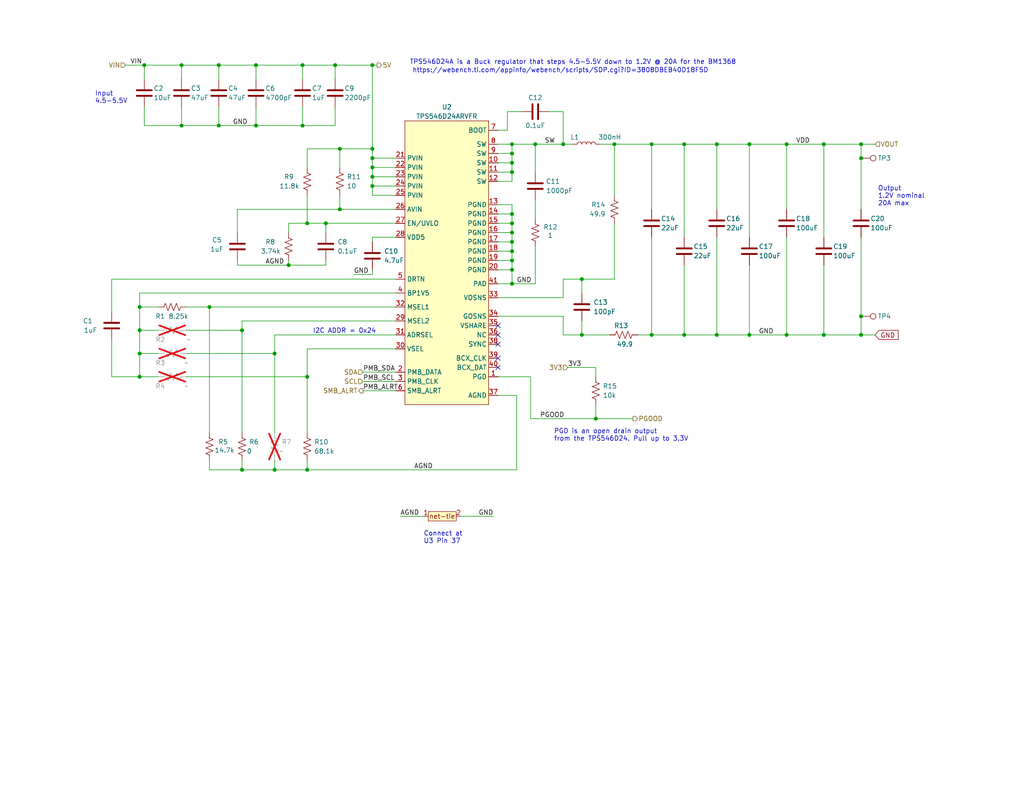
<source format=kicad_sch>
(kicad_sch (version 20231120) (generator "eeschema") (generator_version "8.0")
  (paper "A")
  (title_block (title "bitaxeGamma") (date "2024-09-26") (rev "602"))
  (lib_symbols
    (symbol "Connector:TestPoint" (pin_numbers hide) (pin_names (offset 0.762) hide)
      (property "Reference" "TP" (at 0 6.858 0))
      (property "Value" "TestPoint" (at 0 5.08 0))
      (symbol "TestPoint_0_1"
        (circle (center 0 3.302) (radius 0.762))
      )
      (symbol "TestPoint_1_1"
        (pin passive line (at 0 0 90) (length 2.54) (name "1") (number "1"))
      )
    )
    (symbol "Device:C" (pin_numbers hide) (pin_names (offset 0.254))
      (property "Reference" "C" (at 0.635 2.54 0))
      (property "Value" "C" (at 0.635 -2.54 0))
      (symbol "C_0_1"
        (polyline (pts (xy -2.032 -0.762) (xy 2.032 -0.762)) (stroke (width 0.508)))
        (polyline (pts (xy -2.032 0.762) (xy 2.032 0.762)) (stroke (width 0.508)))
      )
      (symbol "C_1_1"
        (pin passive line (at 0 3.81 270) (length 2.794) (name "~") (number "1"))
        (pin passive line (at 0 -3.81 90) (length 2.794) (name "~") (number "2"))
      )
    )
    (symbol "Device:L" (pin_numbers hide) (pin_names (offset 1.016) hide)
      (property "Reference" "L" (at -1.27 0 90))
      (property "Value" "L" (at 1.905 0 90))
      (symbol "L_0_1"
        (arc (start 0 -2.54) (mid 0.6323 -1.905) (end 0 -1.27))
        (arc (start 0 -1.27) (mid 0.6323 -0.635) (end 0 0))
        (arc (start 0 0) (mid 0.6323 0.635) (end 0 1.27))
        (arc (start 0 1.27) (mid 0.6323 1.905) (end 0 2.54))
      )
      (symbol "L_1_1"
        (pin passive line (at 0 3.81 270) (length 1.27) (name "1") (number "1"))
        (pin passive line (at 0 -3.81 90) (length 1.27) (name "2") (number "2"))
      )
    )
    (symbol "Device:R_US" (pin_numbers hide) (pin_names (offset 0))
      (property "Reference" "R" (at 2.54 0 90))
      (property "Value" "R_US" (at -2.54 0 90))
      (symbol "R_US_0_1"
        (polyline (pts (xy 0 -2.286) (xy 0 -2.54)))
        (polyline (pts (xy 0 2.286) (xy 0 2.54)))
        (polyline (pts (xy 0 -0.762) (xy 1.016 -1.143) (xy 0 -1.524) (xy -1.016 -1.905) (xy 0 -2.286)))
        (polyline (pts (xy 0 0.762) (xy 1.016 0.381) (xy 0 0) (xy -1.016 -0.381) (xy 0 -0.762)))
        (polyline (pts (xy 0 2.286) (xy 1.016 1.905) (xy 0 1.524) (xy -1.016 1.143) (xy 0 0.762)))
      )
      (symbol "R_US_1_1"
        (pin passive line (at 0 3.81 270) (length 1.27) (name "~") (number "1"))
        (pin passive line (at 0 -3.81 90) (length 1.27) (name "~") (number "2"))
      )
    )
    (symbol "bitaxe:TPS546D24"
      (property "Reference" "U10" (at 0 45.72 0))
      (property "Value" "TPS546D24ARVFR" (at 0 43.18 0))
      (symbol "TPS546D24_0_1"
        (rectangle (start -11.43 41.91) (end 11.43 -35.56) (stroke (width 0.1524)) (fill (type background)))
      )
      (symbol "TPS546D24_1_1"
        (pin input line (at 13.97 -27.94 180) (length 2.54) (name "PGD") (number "1"))
        (pin power_in line (at 13.97 30.48 180) (length 2.54) (name "SW") (number "10"))
        (pin output line (at 13.97 27.94 180) (length 2.54) (name "SW") (number "11"))
        (pin power_out line (at 13.97 25.4 180) (length 2.54) (name "SW") (number "12"))
        (pin output line (at 13.97 19.05 180) (length 2.54) (name "PGND") (number "13"))
        (pin output line (at 13.97 16.51 180) (length 2.54) (name "PGND") (number "14"))
        (pin input line (at 13.97 13.97 180) (length 2.54) (name "PGND") (number "15"))
        (pin input line (at 13.97 11.43 180) (length 2.54) (name "PGND") (number "16"))
        (pin power_in line (at 13.97 8.89 180) (length 2.54) (name "PGND") (number "17"))
        (pin input line (at 13.97 6.35 180) (length 2.54) (name "PGND") (number "18"))
        (pin input line (at 13.97 3.81 180) (length 2.54) (name "PGND") (number "19"))
        (pin input line (at -13.97 -26.67 0) (length 2.54) (name "PMB_DATA") (number "2"))
        (pin power_in line (at 13.97 1.27 180) (length 2.54) (name "PGND") (number "20"))
        (pin input line (at -13.97 31.75 0) (length 2.54) (name "PVIN") (number "21"))
        (pin input line (at -13.97 29.21 0) (length 2.54) (name "PVIN") (number "22"))
        (pin input line (at -13.97 26.67 0) (length 2.54) (name "PVIN") (number "23"))
        (pin input line (at -13.97 24.13 0) (length 2.54) (name "PVIN") (number "24"))
        (pin input line (at -13.97 21.59 0) (length 2.54) (name "PVIN") (number "25"))
        (pin input line (at -13.97 17.78 0) (length 2.54) (name "AVIN") (number "26"))
        (pin input line (at -13.97 13.97 0) (length 2.54) (name "EN/UVLO") (number "27"))
        (pin output line (at -13.97 10.16 0) (length 2.54) (name "VDD5") (number "28"))
        (pin input line (at -13.97 -12.7 0) (length 2.54) (name "MSEL2") (number "29"))
        (pin input line (at -13.97 -29.21 0) (length 2.54) (name "PMB_CLK") (number "3"))
        (pin input line (at -13.97 -20.32 0) (length 2.54) (name "VSEL") (number "30"))
        (pin input line (at -13.97 -16.51 0) (length 2.54) (name "ADRSEL") (number "31"))
        (pin input line (at -13.97 -8.89 0) (length 2.54) (name "MSEL1") (number "32"))
        (pin output line (at 13.97 -6.35 180) (length 2.54) (name "VOSNS") (number "33"))
        (pin output line (at 13.97 -11.43 180) (length 2.54) (name "GOSNS") (number "34"))
        (pin input line (at 13.97 -13.97 180) (length 2.54) (name "VSHARE") (number "35"))
        (pin input line (at 13.97 -16.51 180) (length 2.54) (name "NC") (number "36"))
        (pin power_in line (at 13.97 -33.02 180) (length 2.54) (name "AGND") (number "37"))
        (pin input line (at 13.97 -19.05 180) (length 2.54) (name "SYNC") (number "38"))
        (pin input line (at 13.97 -22.86 180) (length 2.54) (name "BCX_CLK") (number "39"))
        (pin input line (at -13.97 -5.08 0) (length 2.54) (name "BP1V5") (number "4"))
        (pin input line (at 13.97 -25.4 180) (length 2.54) (name "BCX_DAT") (number "40"))
        (pin power_in line (at 13.97 -2.54 180) (length 2.54) (name "PAD") (number "41"))
        (pin input line (at -13.97 -1.27 0) (length 2.54) (name "DRTN") (number "5"))
        (pin input line (at -13.97 -31.75 0) (length 2.54) (name "SMB_ALRT") (number "6"))
        (pin input line (at 13.97 39.37 180) (length 2.54) (name "BOOT") (number "7"))
        (pin output line (at 13.97 35.56 180) (length 2.54) (name "SW") (number "8"))
        (pin power_in line (at 13.97 33.02 180) (length 2.54) (name "SW") (number "9"))
      )
    )
    (symbol "bitaxe:net-tie"
      (symbol "net-tie_0_1"
        (rectangle (start -3.81 1.27) (end 3.81 -1.27) (stroke (width 0.1524)) (fill (type background)))
      )
      (symbol "net-tie_1_0"
        (pin bidirectional line (at -5.08 0 0) (length 1.27) (name "") (number "1"))
        (pin bidirectional line (at 5.08 0 180) (length 1.27) (name "") (number "2"))
      )
      (symbol "net-tie_1_1"
        (text "net-tie" (at 0 0 0) (effects (font (size 1.27 1.27))))
      )
    )
  )
  (junction (at 66.04 90.17))
  (junction (at 83.82 60.96))
  (junction (at 59.69 17.78))
  (junction (at 139.7 46.99))
  (junction (at 186.69 39.37))
  (junction (at 146.05 39.37))
  (junction (at 38.1 96.52))
  (junction (at 234.95 91.44))
  (junction (at 82.55 17.78))
  (junction (at 49.53 17.78))
  (junction (at 162.56 114.3))
  (junction (at 39.37 17.78))
  (junction (at 101.6 45.72))
  (junction (at 224.79 91.44))
  (junction (at 195.58 39.37))
  (junction (at 83.82 128.27))
  (junction (at 234.95 39.37))
  (junction (at 92.71 57.15))
  (junction (at 91.44 17.78))
  (junction (at 186.69 91.44))
  (junction (at 69.85 34.29))
  (junction (at 49.53 34.29))
  (junction (at 83.82 102.87))
  (junction (at 177.8 39.37))
  (junction (at 57.15 83.82))
  (junction (at 92.71 40.64))
  (junction (at 101.6 43.18))
  (junction (at 38.1 102.87))
  (junction (at 153.67 39.37))
  (junction (at 74.93 128.27))
  (junction (at 204.47 39.37))
  (junction (at 139.7 63.5))
  (junction (at 158.75 91.44))
  (junction (at 78.74 72.39))
  (junction (at 139.7 58.42))
  (junction (at 101.6 48.26))
  (junction (at 139.7 41.91))
  (junction (at 139.7 66.04))
  (junction (at 234.95 43.18))
  (junction (at 214.63 91.44))
  (junction (at 214.63 39.37))
  (junction (at 139.7 60.96))
  (junction (at 224.79 39.37))
  (junction (at 177.8 91.44))
  (junction (at 234.95 86.36))
  (junction (at 139.7 44.45))
  (junction (at 167.64 39.37))
  (junction (at 74.93 96.52))
  (junction (at 38.1 83.82))
  (junction (at 101.6 50.8))
  (junction (at 139.7 77.47))
  (junction (at 139.7 73.66))
  (junction (at 204.47 91.44))
  (junction (at 101.6 17.78))
  (junction (at 69.85 17.78))
  (junction (at 139.7 71.12))
  (junction (at 101.6 40.64))
  (junction (at 139.7 68.58))
  (junction (at 195.58 91.44))
  (junction (at 59.69 34.29))
  (junction (at 38.1 90.17))
  (junction (at 158.75 76.2))
  (junction (at 66.04 128.27))
  (junction (at 82.55 34.29))
  (junction (at 88.9 60.96))
  (junction (at 139.7 39.37))
  (no_connect (at 135.89 88.9))
  (no_connect (at 135.89 93.98))
  (no_connect (at 135.89 97.79))
  (no_connect (at 135.89 91.44))
  (no_connect (at 135.89 100.33))
  (wire (pts (xy 146.05 59.69) (xy 146.05 54.61)))
  (wire (pts (xy 139.7 41.91) (xy 139.7 39.37)))
  (wire (pts (xy 92.71 45.72) (xy 92.71 40.64)))
  (wire (pts (xy 139.7 73.66) (xy 139.7 77.47)))
  (wire (pts (xy 92.71 53.34) (xy 92.71 57.15)))
  (wire (pts (xy 195.58 39.37) (xy 195.58 57.15)))
  (wire (pts (xy 88.9 60.96) (xy 107.95 60.96)))
  (wire (pts (xy 101.6 43.18) (xy 107.95 43.18)))
  (wire (pts (xy 101.6 45.72) (xy 101.6 48.26)))
  (wire (pts (xy 69.85 34.29) (xy 82.55 34.29)))
  (wire (pts (xy 224.79 72.39) (xy 224.79 91.44)))
  (wire (pts (xy 59.69 17.78) (xy 59.69 21.59)))
  (wire (pts (xy 167.64 39.37) (xy 177.8 39.37)))
  (wire (pts (xy 101.6 40.64) (xy 101.6 43.18)))
  (wire (pts (xy 153.67 39.37) (xy 156.21 39.37)))
  (wire (pts (xy 146.05 46.99) (xy 146.05 39.37)))
  (wire (pts (xy 101.6 66.04) (xy 101.6 64.77)))
  (wire (pts (xy 83.82 60.96) (xy 78.74 60.96)))
  (wire (pts (xy 66.04 87.63) (xy 66.04 90.17)))
  (wire (pts (xy 83.82 40.64) (xy 92.71 40.64)))
  (wire (pts (xy 139.7 58.42) (xy 139.7 60.96)))
  (wire (pts (xy 66.04 128.27) (xy 74.93 128.27)))
  (wire (pts (xy 162.56 114.3) (xy 172.72 114.3)))
  (wire (pts (xy 78.74 71.12) (xy 78.74 72.39)))
  (wire (pts (xy 69.85 29.21) (xy 69.85 34.29)))
  (wire (pts (xy 96.52 74.93) (xy 101.6 74.93)))
  (wire (pts (xy 49.53 34.29) (xy 59.69 34.29)))
  (wire (pts (xy 135.89 102.87) (xy 144.78 102.87)))
  (wire (pts (xy 38.1 90.17) (xy 43.18 90.17)))
  (wire (pts (xy 135.89 58.42) (xy 139.7 58.42)))
  (wire (pts (xy 39.37 17.78) (xy 49.53 17.78)))
  (wire (pts (xy 195.58 91.44) (xy 204.47 91.44)))
  (wire (pts (xy 83.82 102.87) (xy 83.82 118.11)))
  (wire (pts (xy 234.95 43.18) (xy 234.95 57.15)))
  (wire (pts (xy 64.77 72.39) (xy 78.74 72.39)))
  (wire (pts (xy 88.9 71.12) (xy 88.9 72.39)))
  (wire (pts (xy 139.7 49.53) (xy 139.7 46.99)))
  (wire (pts (xy 101.6 50.8) (xy 101.6 53.34)))
  (wire (pts (xy 204.47 91.44) (xy 214.63 91.44)))
  (wire (pts (xy 101.6 17.78) (xy 91.44 17.78)))
  (wire (pts (xy 135.89 107.95) (xy 140.97 107.95)))
  (wire (pts (xy 34.29 17.78) (xy 39.37 17.78)))
  (wire (pts (xy 177.8 91.44) (xy 186.69 91.44)))
  (wire (pts (xy 214.63 91.44) (xy 224.79 91.44)))
  (wire (pts (xy 64.77 63.5) (xy 64.77 57.15)))
  (wire (pts (xy 38.1 90.17) (xy 38.1 96.52)))
  (wire (pts (xy 214.63 57.15) (xy 214.63 39.37)))
  (wire (pts (xy 49.53 17.78) (xy 49.53 21.59)))
  (wire (pts (xy 204.47 72.39) (xy 204.47 91.44)))
  (wire (pts (xy 153.67 30.48) (xy 153.67 39.37)))
  (wire (pts (xy 83.82 60.96) (xy 88.9 60.96)))
  (wire (pts (xy 38.1 102.87) (xy 43.18 102.87)))
  (wire (pts (xy 177.8 39.37) (xy 186.69 39.37)))
  (wire (pts (xy 139.7 44.45) (xy 139.7 41.91)))
  (wire (pts (xy 83.82 125.73) (xy 83.82 128.27)))
  (wire (pts (xy 204.47 39.37) (xy 204.47 64.77)))
  (wire (pts (xy 167.64 60.96) (xy 167.64 76.2)))
  (wire (pts (xy 83.82 45.72) (xy 83.82 40.64)))
  (wire (pts (xy 38.1 96.52) (xy 38.1 102.87)))
  (wire (pts (xy 83.82 95.25) (xy 83.82 102.87)))
  (wire (pts (xy 101.6 43.18) (xy 101.6 45.72)))
  (wire (pts (xy 82.55 17.78) (xy 82.55 21.59)))
  (wire (pts (xy 135.89 81.28) (xy 153.67 81.28)))
  (wire (pts (xy 144.78 114.3) (xy 162.56 114.3)))
  (wire (pts (xy 158.75 76.2) (xy 167.64 76.2)))
  (wire (pts (xy 139.7 71.12) (xy 139.7 73.66)))
  (wire (pts (xy 38.1 96.52) (xy 43.18 96.52)))
  (wire (pts (xy 135.89 46.99) (xy 139.7 46.99)))
  (wire (pts (xy 50.8 83.82) (xy 57.15 83.82)))
  (wire (pts (xy 144.78 102.87) (xy 144.78 114.3)))
  (wire (pts (xy 99.06 101.6) (xy 107.95 101.6)))
  (wire (pts (xy 82.55 17.78) (xy 91.44 17.78)))
  (wire (pts (xy 158.75 91.44) (xy 166.37 91.44)))
  (wire (pts (xy 101.6 48.26) (xy 101.6 50.8)))
  (wire (pts (xy 83.82 53.34) (xy 83.82 60.96)))
  (wire (pts (xy 139.7 63.5) (xy 139.7 66.04)))
  (wire (pts (xy 162.56 110.49) (xy 162.56 114.3)))
  (wire (pts (xy 88.9 63.5) (xy 88.9 60.96)))
  (wire (pts (xy 158.75 87.63) (xy 158.75 91.44)))
  (wire (pts (xy 50.8 96.52) (xy 74.93 96.52)))
  (wire (pts (xy 39.37 21.59) (xy 39.37 17.78)))
  (wire (pts (xy 139.7 55.88) (xy 139.7 58.42)))
  (wire (pts (xy 78.74 60.96) (xy 78.74 63.5)))
  (wire (pts (xy 139.7 73.66) (xy 135.89 73.66)))
  (wire (pts (xy 224.79 91.44) (xy 234.95 91.44)))
  (wire (pts (xy 101.6 45.72) (xy 107.95 45.72)))
  (wire (pts (xy 135.89 86.36) (xy 153.67 86.36)))
  (wire (pts (xy 101.6 50.8) (xy 107.95 50.8)))
  (wire (pts (xy 107.95 80.01) (xy 38.1 80.01)))
  (wire (pts (xy 69.85 17.78) (xy 69.85 21.59)))
  (wire (pts (xy 139.7 39.37) (xy 146.05 39.37)))
  (wire (pts (xy 66.04 125.73) (xy 66.04 128.27)))
  (wire (pts (xy 214.63 64.77) (xy 214.63 91.44)))
  (wire (pts (xy 83.82 128.27) (xy 140.97 128.27)))
  (wire (pts (xy 139.7 39.37) (xy 135.89 39.37)))
  (wire (pts (xy 99.06 104.14) (xy 107.95 104.14)))
  (wire (pts (xy 158.75 76.2) (xy 158.75 80.01)))
  (wire (pts (xy 135.89 66.04) (xy 139.7 66.04)))
  (wire (pts (xy 101.6 73.66) (xy 101.6 74.93)))
  (wire (pts (xy 101.6 48.26) (xy 107.95 48.26)))
  (wire (pts (xy 234.95 64.77) (xy 234.95 86.36)))
  (wire (pts (xy 186.69 91.44) (xy 195.58 91.44)))
  (wire (pts (xy 57.15 128.27) (xy 66.04 128.27)))
  (wire (pts (xy 234.95 91.44) (xy 238.76 91.44)))
  (wire (pts (xy 91.44 17.78) (xy 91.44 21.59)))
  (wire (pts (xy 57.15 125.73) (xy 57.15 128.27)))
  (wire (pts (xy 234.95 39.37) (xy 234.95 43.18)))
  (wire (pts (xy 101.6 17.78) (xy 101.6 40.64)))
  (wire (pts (xy 69.85 17.78) (xy 82.55 17.78)))
  (wire (pts (xy 30.48 76.2) (xy 107.95 76.2)))
  (wire (pts (xy 135.89 71.12) (xy 139.7 71.12)))
  (wire (pts (xy 38.1 83.82) (xy 43.18 83.82)))
  (wire (pts (xy 135.89 68.58) (xy 139.7 68.58)))
  (wire (pts (xy 139.7 68.58) (xy 139.7 71.12)))
  (wire (pts (xy 177.8 64.77) (xy 177.8 91.44)))
  (wire (pts (xy 163.83 39.37) (xy 167.64 39.37)))
  (wire (pts (xy 195.58 39.37) (xy 204.47 39.37)))
  (wire (pts (xy 153.67 91.44) (xy 158.75 91.44)))
  (wire (pts (xy 234.95 86.36) (xy 234.95 91.44)))
  (wire (pts (xy 139.7 46.99) (xy 139.7 44.45)))
  (wire (pts (xy 64.77 57.15) (xy 92.71 57.15)))
  (wire (pts (xy 50.8 102.87) (xy 83.82 102.87)))
  (wire (pts (xy 149.86 30.48) (xy 153.67 30.48)))
  (wire (pts (xy 49.53 29.21) (xy 49.53 34.29)))
  (wire (pts (xy 214.63 39.37) (xy 224.79 39.37)))
  (wire (pts (xy 125.73 140.97) (xy 134.62 140.97)))
  (wire (pts (xy 138.43 35.56) (xy 138.43 30.48)))
  (wire (pts (xy 101.6 64.77) (xy 107.95 64.77)))
  (wire (pts (xy 101.6 17.78) (xy 102.87 17.78)))
  (wire (pts (xy 30.48 92.71) (xy 30.48 102.87)))
  (wire (pts (xy 39.37 29.21) (xy 39.37 34.29)))
  (wire (pts (xy 153.67 81.28) (xy 153.67 76.2)))
  (wire (pts (xy 204.47 39.37) (xy 214.63 39.37)))
  (wire (pts (xy 146.05 77.47) (xy 139.7 77.47)))
  (wire (pts (xy 91.44 34.29) (xy 91.44 29.21)))
  (wire (pts (xy 153.67 86.36) (xy 153.67 91.44)))
  (wire (pts (xy 173.99 91.44) (xy 177.8 91.44)))
  (wire (pts (xy 138.43 30.48) (xy 142.24 30.48)))
  (wire (pts (xy 74.93 91.44) (xy 74.93 96.52)))
  (wire (pts (xy 146.05 67.31) (xy 146.05 77.47)))
  (wire (pts (xy 146.05 39.37) (xy 153.67 39.37)))
  (wire (pts (xy 57.15 83.82) (xy 107.95 83.82)))
  (wire (pts (xy 135.89 63.5) (xy 139.7 63.5)))
  (wire (pts (xy 186.69 39.37) (xy 195.58 39.37)))
  (wire (pts (xy 177.8 39.37) (xy 177.8 57.15)))
  (wire (pts (xy 234.95 39.37) (xy 238.76 39.37)))
  (wire (pts (xy 38.1 83.82) (xy 38.1 90.17)))
  (wire (pts (xy 92.71 40.64) (xy 101.6 40.64)))
  (wire (pts (xy 135.89 44.45) (xy 139.7 44.45)))
  (wire (pts (xy 167.64 39.37) (xy 167.64 53.34)))
  (wire (pts (xy 135.89 60.96) (xy 139.7 60.96)))
  (wire (pts (xy 195.58 64.77) (xy 195.58 91.44)))
  (wire (pts (xy 135.89 35.56) (xy 138.43 35.56)))
  (wire (pts (xy 162.56 102.87) (xy 162.56 100.33)))
  (wire (pts (xy 30.48 85.09) (xy 30.48 76.2)))
  (wire (pts (xy 38.1 80.01) (xy 38.1 83.82)))
  (wire (pts (xy 186.69 72.39) (xy 186.69 91.44)))
  (wire (pts (xy 66.04 90.17) (xy 66.04 118.11)))
  (wire (pts (xy 74.93 91.44) (xy 107.95 91.44)))
  (wire (pts (xy 59.69 29.21) (xy 59.69 34.29)))
  (wire (pts (xy 49.53 17.78) (xy 59.69 17.78)))
  (wire (pts (xy 135.89 41.91) (xy 139.7 41.91)))
  (wire (pts (xy 154.94 100.33) (xy 162.56 100.33)))
  (wire (pts (xy 66.04 87.63) (xy 107.95 87.63)))
  (wire (pts (xy 92.71 57.15) (xy 107.95 57.15)))
  (wire (pts (xy 107.95 53.34) (xy 101.6 53.34)))
  (wire (pts (xy 74.93 128.27) (xy 83.82 128.27)))
  (wire (pts (xy 140.97 107.95) (xy 140.97 128.27)))
  (wire (pts (xy 139.7 60.96) (xy 139.7 63.5)))
  (wire (pts (xy 83.82 95.25) (xy 107.95 95.25)))
  (wire (pts (xy 57.15 83.82) (xy 57.15 118.11)))
  (wire (pts (xy 59.69 17.78) (xy 69.85 17.78)))
  (wire (pts (xy 82.55 34.29) (xy 91.44 34.29)))
  (wire (pts (xy 74.93 96.52) (xy 74.93 118.11)))
  (wire (pts (xy 78.74 72.39) (xy 88.9 72.39)))
  (wire (pts (xy 82.55 29.21) (xy 82.55 34.29)))
  (wire (pts (xy 39.37 34.29) (xy 49.53 34.29)))
  (wire (pts (xy 59.69 34.29) (xy 69.85 34.29)))
  (wire (pts (xy 30.48 102.87) (xy 38.1 102.87)))
  (wire (pts (xy 135.89 55.88) (xy 139.7 55.88)))
  (wire (pts (xy 64.77 71.12) (xy 64.77 72.39)))
  (wire (pts (xy 224.79 39.37) (xy 234.95 39.37)))
  (wire (pts (xy 109.22 140.97) (xy 115.57 140.97)))
  (wire (pts (xy 139.7 66.04) (xy 139.7 68.58)))
  (wire (pts (xy 74.93 125.73) (xy 74.93 128.27)))
  (wire (pts (xy 224.79 39.37) (xy 224.79 64.77)))
  (wire (pts (xy 153.67 76.2) (xy 158.75 76.2)))
  (wire (pts (xy 135.89 49.53) (xy 139.7 49.53)))
  (wire (pts (xy 99.06 106.68) (xy 107.95 106.68)))
  (wire (pts (xy 186.69 39.37) (xy 186.69 64.77)))
  (wire (pts (xy 50.8 90.17) (xy 66.04 90.17)))
  (wire (pts (xy 135.89 77.47) (xy 139.7 77.47)))
  (text "TPS546D24A is a Buck regulator that steps 4.5-5.5V down to 1.2V @ 20A for the BM1368" (at 111.76 17.78 0) (effects (font (size 1.27 1.27)) (justify left bottom)))
  (text "https://webench.ti.com/appinfo/webench/scripts/SDP.cgi?ID=3808DBEB40D18F5D" (at 152.908 19.304 0) (effects (font (size 1.27 1.27))))
  (text "Input \n4.5-5.5V" (at 25.908 28.448 0) (effects (font (size 1.27 1.27)) (justify left bottom)))
  (text "PGD is an open drain output\nfrom the TPS546D24. Pull up to 3.3V" (at 151.13 120.65 0) (effects (font (size 1.27 1.27)) (justify left bottom)))
  (text "I2C ADDR = 0x24" (at 85.344 91.186 0) (effects (font (size 1.27 1.27)) (justify left bottom)))
  (text "Output \n1.2V nominal\n20A max" (at 239.522 56.388 0) (effects (font (size 1.27 1.27)) (justify left bottom)))
  (text "Connect at\nU3 Pin 37" (at 115.57 148.59 0) (effects (font (size 1.27 1.27)) (justify left bottom)))
  (label "GND" (at 134.62 140.97 180))
  (label "PMB_SDA" (at 99.06 101.6 0))
  (label "GND" (at 96.52 74.93 0))
  (label "SW" (at 148.59 39.37 0))
  (label "GND" (at 140.97 77.47 0))
  (label "PMB_SCL" (at 99.06 104.14 0))
  (label "AGND" (at 118.11 128.27 180))
  (label "AGND" (at 72.39 72.39 0))
  (label "GND" (at 207.01 91.44 0))
  (label "PMB_ALRT" (at 99.06 106.68 0))
  (label "PGOOD" (at 147.32 114.3 0))
  (label "GND" (at 63.5 34.29 0))
  (label "AGND" (at 109.22 140.97 0))
  (label "VIN" (at 35.56 17.78 0))
  (label "VDD" (at 217.17 39.37 0))
  (label "3V3" (at 154.94 100.33 0))
  (global_label "GND" (shape input) (at 238.76 91.44 0) (property "Intersheetrefs" "${INTERSHEET_REFS}" (effects (hide yes))))
  (hierarchical_label "VOUT" (shape input) (at 238.76 39.37 0))
  (hierarchical_label "SMB_ALRT" (shape output) (at 99.06 106.68 180))
  (hierarchical_label "3V3" (shape input) (at 154.94 100.33 180))
  (hierarchical_label "SCL" (shape input) (at 99.06 104.14 180))
  (hierarchical_label "PGOOD" (shape output) (at 172.72 114.3 0))
  (hierarchical_label "SDA" (shape input) (at 99.06 101.6 180))
  (hierarchical_label "5V" (shape output) (at 102.87 17.78 0))
  (hierarchical_label "VIN" (shape input) (at 34.29 17.78 180))
  (symbol (lib_id "Device:C") (at 177.8 60.96 0) (unit 1)
    (property "Reference" "C14" (at 180.34 59.69 0) (effects (justify left)))
    (property "Value" "22uF" (at 180.34 62.23 0) (effects (justify left)))
    (property "Footprint" "Capacitor_SMD:C_0805_2012Metric" (effects (hide yes)))
    (property "DK" "490-10746-1-ND" (effects (hide yes)))
    (property "PARTNO" "GRM21BR61A226ME44L" (effects (hide yes)))
  )
  (symbol (lib_id "Device:C") (at 39.37 25.4 0) (unit 1)
    (property "Reference" "C2" (at 41.91 24.13 0) (effects (justify left)))
    (property "Value" "10uF" (at 41.91 26.67 0) (effects (justify left)))
    (property "Footprint" "Capacitor_SMD:C_0805_2012Metric" (effects (hide yes)))
    (property "DK" "1276-1096-1-ND" (effects (hide yes)))
    (property "PARTNO" "CL21A106KOQNNNE" (effects (hide yes)))
  )
  (symbol (lib_id "Device:R_US") (at 167.64 57.15 0) (unit 1)
    (property "Reference" "R14" (at 161.29 55.88 0) (effects (justify left)))
    (property "Value" "49.9" (at 160.782 58.42 0) (effects (justify left)))
    (property "Footprint" "Resistor_SMD:R_0402_1005Metric" (effects (hide yes)))
    (property "DK" "311-49.9LRCT-ND" (effects (hide yes)))
    (property "PARTNO" "RC0402FR-0749R9L" (effects (hide yes)))
  )
  (symbol (lib_id "Device:C") (at 101.6 69.85 0) (unit 1)
    (property "Reference" "C10" (at 104.775 68.58 0) (effects (justify left)))
    (property "Value" "4.7uF" (at 104.775 71.12 0) (effects (justify left)))
    (property "Footprint" "Capacitor_SMD:C_0402_1005Metric" (effects (hide yes)))
    (property "DK" "490-14306-1-ND" (effects (hide yes)))
    (property "PARTNO" "GRM155R61A475MEAAD" (effects (hide yes)))
  )
  (symbol (lib_id "Connector:TestPoint") (at 234.95 86.36 270) (mirror x) (unit 1) (in_bom no)
    (property "Reference" "TP4" (at 241.3 86.36 90))
    (property "Value" "TestPoint" (effects (hide yes)))
    (property "Footprint" "TestPoint:TestPoint_Pad_D1.5mm" (effects (hide yes)))
  )
  (symbol (lib_id "Device:C") (at 30.48 88.9 0) (unit 1)
    (property "Reference" "C1" (at 22.606 87.63 0) (effects (justify left)))
    (property "Value" "1uF" (at 22.86 90.17 0) (effects (justify left)))
    (property "Footprint" "Capacitor_SMD:C_0402_1005Metric" (effects (hide yes)))
    (property "DK" "587-5514-1-ND" (effects (hide yes)))
    (property "PARTNO" "EMK105BJ105MV-F" (effects (hide yes)))
  )
  (symbol (lib_id "Device:R_US") (at 78.74 67.31 0) (unit 1)
    (property "Reference" "R8" (at 72.39 66.04 0) (effects (justify left)))
    (property "Value" "3.74k" (at 71.12 68.58 0) (effects (justify left)))
    (property "Footprint" "Resistor_SMD:R_0402_1005Metric" (effects (hide yes)))
    (property "DK" "311-3.74KLRCT-ND" (effects (hide yes)))
    (property "PARTNO" "RC0402FR-073K74L" (effects (hide yes)))
  )
  (symbol (lib_id "Device:R_US") (at 83.82 121.92 0) (unit 1)
    (property "Reference" "R10" (at 85.725 120.65 0) (effects (justify left)))
    (property "Value" "68.1k" (at 85.725 123.19 0) (effects (justify left)))
    (property "Footprint" "Resistor_SMD:R_0402_1005Metric" (effects (hide yes)))
    (property "DK" "YAG3213CT-ND" (effects (hide yes)))
    (property "PARTNO" "RC0402FR-0768K1L" (effects (hide yes)))
  )
  (symbol (lib_id "Device:C") (at 158.75 83.82 0) (unit 1)
    (property "Reference" "C13" (at 161.925 82.55 0) (effects (justify left)))
    (property "Value" "100pF" (at 161.925 85.09 0) (effects (justify left)))
    (property "Footprint" "Capacitor_SMD:C_0402_1005Metric" (effects (hide yes)))
    (property "DK" "732-7431-1-ND" (effects (hide yes)))
    (property "PARTNO" "885012005013" (effects (hide yes)))
  )
  (symbol (lib_id "Device:L") (at 160.02 39.37 90) (unit 1)
    (property "Reference" "L1" (at 156.845 37.465 90))
    (property "Value" "300nH" (at 166.37 37.465 90))
    (property "Footprint" "bitaxe:SLC1175-271MEC_COC" (effects (hide yes)))
    (property "Datasheet" "https://www.mouser.com/datasheet/2/597/slc1175-270653.pdf" (effects (hide yes)))
    (property "PARTNO" "SLC1175-301MEC" (effects (hide yes)))
    (property "Mouser" "994-SLC1175-271MEC" (effects (hide yes)))
  )
  (symbol (lib_id "Connector:TestPoint") (at 234.95 43.18 270) (mirror x) (unit 1) (in_bom no)
    (property "Reference" "TP3" (at 241.3 43.18 90))
    (property "Value" "TestPoint" (effects (hide yes)))
    (property "Footprint" "TestPoint:TestPoint_Pad_D1.5mm" (effects (hide yes)))
  )
  (symbol (lib_id "Device:C") (at 224.79 68.58 0) (unit 1)
    (property "Reference" "C19" (at 227.33 67.31 0) (effects (justify left)))
    (property "Value" "100uF" (at 227.33 69.85 0) (effects (justify left)))
    (property "Footprint" "Capacitor_SMD:C_1206_3216Metric" (effects (hide yes)))
    (property "DK" "1276-1782-1-ND" (effects (hide yes)))
    (property "PARTNO" "CL31A107MQHNNNE" (effects (hide yes)))
  )
  (symbol (lib_id "Device:C") (at 214.63 60.96 0) (unit 1)
    (property "Reference" "C18" (at 217.17 59.69 0) (effects (justify left)))
    (property "Value" "100uF" (at 217.17 62.23 0) (effects (justify left)))
    (property "Footprint" "Capacitor_SMD:C_1206_3216Metric" (effects (hide yes)))
    (property "DK" "1276-1782-1-ND" (effects (hide yes)))
    (property "PARTNO" "CL31A107MQHNNNE" (effects (hide yes)))
  )
  (symbol (lib_id "Device:C") (at 82.55 25.4 0) (unit 1)
    (property "Reference" "C7" (at 85.09 24.13 0) (effects (justify left)))
    (property "Value" "1uF" (at 85.09 26.67 0) (effects (justify left)))
    (property "Footprint" "Capacitor_SMD:C_0402_1005Metric" (effects (hide yes)))
    (property "DK" "587-5514-1-ND" (effects (hide yes)))
    (property "PARTNO" "EMK105BJ105MV-F" (effects (hide yes)))
  )
  (symbol (lib_id "bitaxe:TPS546D24") (at 121.92 74.93 0) (unit 1)
    (property "Reference" "U2" (at 121.92 29.21 0))
    (property "Value" "TPS546D24ARVFR" (at 121.92 31.75 0))
    (property "Footprint" "bitaxe:LQFN40-CLIP" (effects (hide yes)))
    (property "Datasheet" "https://www.ti.com/lit/ds/symlink/tps546d24a.pdf" (effects (hide yes)))
    (property "DK" "296-TPS546D24ARVFRCT-ND" (effects (hide yes)))
    (property "PARTNO" "TPS546D24ARVFR" (effects (hide yes)))
  )
  (symbol (lib_id "Device:C") (at 146.05 50.8 180) (unit 1)
    (property "Reference" "C11" (at 150.876 49.53 0))
    (property "Value" "1000pF" (at 152.654 52.07 0))
    (property "Footprint" "Capacitor_SMD:C_0805_2012Metric" (effects (hide yes)))
    (property "DK" "311-1127-1-ND" (effects (hide yes)))
    (property "PARTNO" "CC0805KRX7R9BB102" (effects (hide yes)))
  )
  (symbol (lib_id "Device:C") (at 59.69 25.4 0) (unit 1)
    (property "Reference" "C4" (at 62.23 24.13 0) (effects (justify left)))
    (property "Value" "47uF" (at 62.23 26.67 0) (effects (justify left)))
    (property "Footprint" "Capacitor_SMD:C_1210_3225Metric" (effects (hide yes)))
    (property "DK" "1276-3376-1-ND" (effects (hide yes)))
    (property "PARTNO" "CL32A476KOJNNNE" (effects (hide yes)))
  )
  (symbol (lib_id "Device:R_US") (at 57.15 121.92 180) (unit 1)
    (property "Reference" "R5" (at 62.23 120.65 0) (effects (justify left)))
    (property "Value" "14.7k" (at 64.008 122.936 0) (effects (justify left)))
    (property "Footprint" "Resistor_SMD:R_0402_1005Metric" (effects (hide yes)))
    (property "DK" "YAG2984CT-ND" (effects (hide yes)))
    (property "PARTNO" "RC0402FR-0714K7L" (effects (hide yes)))
  )
  (symbol (lib_id "Device:C") (at 49.53 25.4 0) (unit 1)
    (property "Reference" "C3" (at 52.07 24.13 0) (effects (justify left)))
    (property "Value" "47uF" (at 52.07 26.67 0) (effects (justify left)))
    (property "Footprint" "Capacitor_SMD:C_1210_3225Metric" (effects (hide yes)))
    (property "DK" "1276-3376-1-ND" (effects (hide yes)))
    (property "PARTNO" "CL32A476KOJNNNE" (effects (hide yes)))
  )
  (symbol (lib_id "Device:R_US") (at 66.04 121.92 0) (unit 1)
    (property "Reference" "R6" (at 67.945 120.65 0) (effects (justify left)))
    (property "Value" "0" (at 67.31 123.19 0) (effects (justify left)))
    (property "Footprint" "Resistor_SMD:R_0402_1005Metric" (effects (hide yes)))
    (property "DK" "311-0.0JRCT-ND" (effects (hide yes)))
    (property "PARTNO" "RC0402JR-070RL" (effects (hide yes)))
  )
  (symbol (lib_id "Device:R_US") (at 46.99 96.52 90) (unit 1) (in_bom no) (dnp yes)
    (property "Reference" "R3" (at 45.085 99.06 90) (effects (justify left)))
    (property "Value" "~" (at 51.435 99.06 90) (effects (justify left)))
    (property "Footprint" "Resistor_SMD:R_0402_1005Metric" (effects (hide yes)))
  )
  (symbol (lib_id "Device:C") (at 234.95 60.96 0) (unit 1)
    (property "Reference" "C20" (at 237.49 59.69 0) (effects (justify left)))
    (property "Value" "100uF" (at 237.49 62.23 0) (effects (justify left)))
    (property "Footprint" "Capacitor_SMD:C_1206_3216Metric" (effects (hide yes)))
    (property "DK" "1276-1782-1-ND" (effects (hide yes)))
    (property "PARTNO" "CL31A107MQHNNNE" (effects (hide yes)))
  )
  (symbol (lib_id "Device:R_US") (at 46.99 83.82 90) (unit 1)
    (property "Reference" "R1" (at 45.085 86.36 90) (effects (justify left)))
    (property "Value" "8.25k" (at 51.435 86.36 90) (effects (justify left)))
    (property "Footprint" "Resistor_SMD:R_0402_1005Metric" (effects (hide yes)))
    (property "DK" "311-8.25KLRCT-ND" (effects (hide yes)))
    (property "PARTNO" "RC0402FR-078K25L" (effects (hide yes)))
  )
  (symbol (lib_id "bitaxe:net-tie") (at 120.65 140.97 0) (unit 1) (in_bom no)
    (property "Reference" "T1" (effects (hide yes)))
    (property "Value" "net-tie" (effects (hide yes)))
    (property "Footprint" "bitaxe:NetTie-0.25mm" (effects (hide yes)))
  )
  (symbol (lib_id "Device:C") (at 146.05 30.48 90) (unit 1)
    (property "Reference" "C12" (at 146.05 26.67 90))
    (property "Value" "0.1uF" (at 146.05 34.29 90))
    (property "Footprint" "Capacitor_SMD:C_0402_1005Metric" (effects (hide yes)))
    (property "DK" "1276-1234-1-ND" (effects (hide yes)))
    (property "PARTNO" "CL05A104KO5NNNC" (effects (hide yes)))
  )
  (symbol (lib_id "Device:R_US") (at 92.71 49.53 0) (unit 1)
    (property "Reference" "R11" (at 94.615 48.26 0) (effects (justify left)))
    (property "Value" "10" (at 94.615 50.8 0) (effects (justify left)))
    (property "Footprint" "Resistor_SMD:R_0402_1005Metric" (effects (hide yes)))
    (property "DK" "311-10.0LRCT-ND" (effects (hide yes)))
    (property "PARTNO" "RC0402FR-0710RL" (effects (hide yes)))
  )
  (symbol (lib_id "Device:R_US") (at 162.56 106.68 180) (unit 1)
    (property "Reference" "R15" (at 164.465 105.41 0) (effects (justify right)))
    (property "Value" "10k" (at 164.465 107.95 0) (effects (justify right)))
    (property "Footprint" "Resistor_SMD:R_0402_1005Metric" (effects (hide yes)))
    (property "DK" "311-10KJRCT-ND" (effects (hide yes)))
    (property "PARTNO" "RC0402JR-0710KL" (effects (hide yes)))
  )
  (symbol (lib_id "Device:C") (at 64.77 67.31 180) (unit 1)
    (property "Reference" "C5" (at 59.182 65.532 0))
    (property "Value" "1uF" (at 59.182 68.072 0))
    (property "Footprint" "Capacitor_SMD:C_0402_1005Metric" (effects (hide yes)))
    (property "DK" "587-5514-1-ND" (effects (hide yes)))
    (property "PARTNO" "EMK105BJ105MV-F" (effects (hide yes)))
  )
  (symbol (lib_id "Device:C") (at 88.9 67.31 0) (unit 1)
    (property "Reference" "C8" (at 92.075 66.04 0) (effects (justify left)))
    (property "Value" "0.1uF" (at 92.075 68.58 0) (effects (justify left)))
    (property "Footprint" "Capacitor_SMD:C_0402_1005Metric" (effects (hide yes)))
    (property "DK" "1276-1234-1-ND" (effects (hide yes)))
    (property "PARTNO" "CL05A104KO5NNNC" (effects (hide yes)))
  )
  (symbol (lib_id "Device:C") (at 69.85 25.4 0) (unit 1)
    (property "Reference" "C6" (at 72.39 24.13 0) (effects (justify left)))
    (property "Value" "4700pF" (at 72.39 26.67 0) (effects (justify left)))
    (property "Footprint" "Capacitor_SMD:C_0402_1005Metric" (effects (hide yes)))
    (property "DK" "490-1309-1-ND" (effects (hide yes)))
    (property "PARTNO" "GRM155R71E472KA01D" (effects (hide yes)))
  )
  (symbol (lib_id "Device:C") (at 91.44 25.4 0) (unit 1)
    (property "Reference" "C9" (at 93.98 24.13 0) (effects (justify left)))
    (property "Value" "2200pF" (at 93.98 26.67 0) (effects (justify left)))
    (property "Footprint" "Capacitor_SMD:C_0402_1005Metric" (effects (hide yes)))
    (property "DK" "490-8257-1-ND" (effects (hide yes)))
    (property "PARTNO" "GRM155R61H222KA01D" (effects (hide yes)))
  )
  (symbol (lib_id "Device:R_US") (at 46.99 90.17 90) (unit 1) (in_bom no) (dnp yes)
    (property "Reference" "R2" (at 45.085 92.71 90) (effects (justify left)))
    (property "Value" "~" (at 52.07 92.71 90) (effects (justify left)))
    (property "Footprint" "Resistor_SMD:R_0402_1005Metric" (effects (hide yes)))
  )
  (symbol (lib_id "Device:C") (at 186.69 68.58 0) (unit 1)
    (property "Reference" "C15" (at 189.23 67.31 0) (effects (justify left)))
    (property "Value" "22uF" (at 189.23 69.85 0) (effects (justify left)))
    (property "Footprint" "Capacitor_SMD:C_0805_2012Metric" (effects (hide yes)))
    (property "DK" "490-10746-1-ND" (effects (hide yes)))
    (property "PARTNO" "GRM21BR61A226ME44L" (effects (hide yes)))
  )
  (symbol (lib_id "Device:R_US") (at 74.93 121.92 0) (unit 1) (in_bom no) (dnp yes)
    (property "Reference" "R7" (at 76.835 120.65 0) (effects (justify left)))
    (property "Value" "~" (at 76.2 123.19 0) (effects (justify left)))
    (property "Footprint" "Resistor_SMD:R_0402_1005Metric" (effects (hide yes)))
  )
  (symbol (lib_id "Device:C") (at 195.58 60.96 0) (unit 1)
    (property "Reference" "C16" (at 198.12 59.69 0) (effects (justify left)))
    (property "Value" "22uF" (at 198.12 62.23 0) (effects (justify left)))
    (property "Footprint" "Capacitor_SMD:C_0805_2012Metric" (effects (hide yes)))
    (property "DK" "490-10746-1-ND" (effects (hide yes)))
    (property "PARTNO" "GRM21BR61A226ME44L" (effects (hide yes)))
  )
  (symbol (lib_id "Device:C") (at 204.47 68.58 0) (unit 1)
    (property "Reference" "C17" (at 207.01 67.31 0) (effects (justify left)))
    (property "Value" "100uF" (at 207.01 69.85 0) (effects (justify left)))
    (property "Footprint" "Capacitor_SMD:C_1206_3216Metric" (effects (hide yes)))
    (property "DK" "1276-1782-1-ND" (effects (hide yes)))
    (property "PARTNO" "CL31A107MQHNNNE" (effects (hide yes)))
  )
  (symbol (lib_id "Device:R_US") (at 146.05 63.5 180) (unit 1)
    (property "Reference" "R12" (at 152.146 61.976 0) (effects (justify left)))
    (property "Value" "1" (at 150.876 64.262 0) (effects (justify left)))
    (property "Footprint" "Resistor_SMD:R_1206_3216Metric" (effects (hide yes)))
    (property "DK" "CSR1206FT1R00CT-ND" (effects (hide yes)))
    (property "PARTNO" "CSR1206FT1R00" (effects (hide yes)))
  )
  (symbol (lib_id "Device:R_US") (at 170.18 91.44 90) (unit 1)
    (property "Reference" "R13" (at 171.45 88.9 90) (effects (justify left)))
    (property "Value" "49.9" (at 172.72 93.98 90) (effects (justify left)))
    (property "Footprint" "Resistor_SMD:R_0402_1005Metric" (effects (hide yes)))
    (property "DK" "311-49.9LRCT-ND" (effects (hide yes)))
    (property "PARTNO" "RC0402FR-0749R9L" (effects (hide yes)))
  )
  (symbol (lib_id "Device:R_US") (at 46.99 102.87 90) (unit 1) (in_bom no) (dnp yes)
    (property "Reference" "R4" (at 45.085 105.41 90) (effects (justify left)))
    (property "Value" "~" (at 51.435 105.41 90) (effects (justify left)))
    (property "Footprint" "Resistor_SMD:R_0402_1005Metric" (effects (hide yes)))
  )
  (symbol (lib_id "Device:R_US") (at 83.82 49.53 0) (unit 1)
    (property "Reference" "R9" (at 77.47 48.26 0) (effects (justify left)))
    (property "Value" "11.8k" (at 76.2 50.8 0) (effects (justify left)))
    (property "Footprint" "Resistor_SMD:R_0402_1005Metric" (effects (hide yes)))
    (property "DK" "YAG2958CT-ND" (effects (hide yes)))
    (property "PARTNO" "RC0402FR-0711K8L" (effects (hide yes)))
  )
)
</source>
